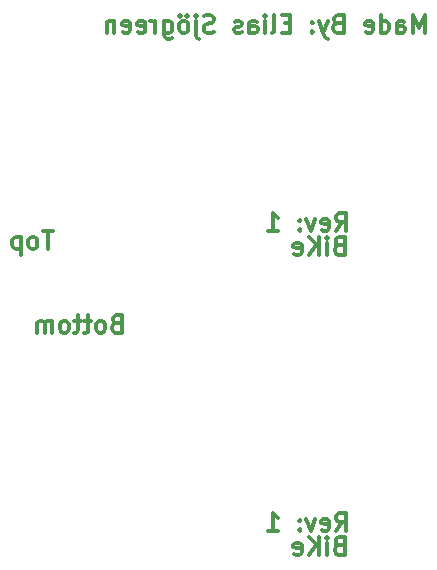
<source format=gbo>
G04 #@! TF.FileFunction,Legend,Bot*
%FSLAX46Y46*%
G04 Gerber Fmt 4.6, Leading zero omitted, Abs format (unit mm)*
G04 Created by KiCad (PCBNEW 4.0.6) date 01/19/18 19:39:35*
%MOMM*%
%LPD*%
G01*
G04 APERTURE LIST*
%ADD10C,0.020000*%
%ADD11C,0.300000*%
G04 APERTURE END LIST*
D10*
D11*
X47604856Y-61638571D02*
X48104856Y-60924286D01*
X48461999Y-61638571D02*
X48461999Y-60138571D01*
X47890571Y-60138571D01*
X47747713Y-60210000D01*
X47676285Y-60281429D01*
X47604856Y-60424286D01*
X47604856Y-60638571D01*
X47676285Y-60781429D01*
X47747713Y-60852857D01*
X47890571Y-60924286D01*
X48461999Y-60924286D01*
X46390571Y-61567143D02*
X46533428Y-61638571D01*
X46819142Y-61638571D01*
X46961999Y-61567143D01*
X47033428Y-61424286D01*
X47033428Y-60852857D01*
X46961999Y-60710000D01*
X46819142Y-60638571D01*
X46533428Y-60638571D01*
X46390571Y-60710000D01*
X46319142Y-60852857D01*
X46319142Y-60995714D01*
X47033428Y-61138571D01*
X45819142Y-60638571D02*
X45461999Y-61638571D01*
X45104857Y-60638571D01*
X44533428Y-61495714D02*
X44462000Y-61567143D01*
X44533428Y-61638571D01*
X44604857Y-61567143D01*
X44533428Y-61495714D01*
X44533428Y-61638571D01*
X44533428Y-60710000D02*
X44462000Y-60781429D01*
X44533428Y-60852857D01*
X44604857Y-60781429D01*
X44533428Y-60710000D01*
X44533428Y-60852857D01*
X41890571Y-61638571D02*
X42747714Y-61638571D01*
X42319142Y-61638571D02*
X42319142Y-60138571D01*
X42461999Y-60352857D01*
X42604857Y-60495714D01*
X42747714Y-60567143D01*
X47604856Y-36238571D02*
X48104856Y-35524286D01*
X48461999Y-36238571D02*
X48461999Y-34738571D01*
X47890571Y-34738571D01*
X47747713Y-34810000D01*
X47676285Y-34881429D01*
X47604856Y-35024286D01*
X47604856Y-35238571D01*
X47676285Y-35381429D01*
X47747713Y-35452857D01*
X47890571Y-35524286D01*
X48461999Y-35524286D01*
X46390571Y-36167143D02*
X46533428Y-36238571D01*
X46819142Y-36238571D01*
X46961999Y-36167143D01*
X47033428Y-36024286D01*
X47033428Y-35452857D01*
X46961999Y-35310000D01*
X46819142Y-35238571D01*
X46533428Y-35238571D01*
X46390571Y-35310000D01*
X46319142Y-35452857D01*
X46319142Y-35595714D01*
X47033428Y-35738571D01*
X45819142Y-35238571D02*
X45461999Y-36238571D01*
X45104857Y-35238571D01*
X44533428Y-36095714D02*
X44462000Y-36167143D01*
X44533428Y-36238571D01*
X44604857Y-36167143D01*
X44533428Y-36095714D01*
X44533428Y-36238571D01*
X44533428Y-35310000D02*
X44462000Y-35381429D01*
X44533428Y-35452857D01*
X44604857Y-35381429D01*
X44533428Y-35310000D01*
X44533428Y-35452857D01*
X41890571Y-36238571D02*
X42747714Y-36238571D01*
X42319142Y-36238571D02*
X42319142Y-34738571D01*
X42461999Y-34952857D01*
X42604857Y-35095714D01*
X42747714Y-35167143D01*
X55120285Y-19474571D02*
X55120285Y-17974571D01*
X54620285Y-19046000D01*
X54120285Y-17974571D01*
X54120285Y-19474571D01*
X52763142Y-19474571D02*
X52763142Y-18688857D01*
X52834571Y-18546000D01*
X52977428Y-18474571D01*
X53263142Y-18474571D01*
X53405999Y-18546000D01*
X52763142Y-19403143D02*
X52905999Y-19474571D01*
X53263142Y-19474571D01*
X53405999Y-19403143D01*
X53477428Y-19260286D01*
X53477428Y-19117429D01*
X53405999Y-18974571D01*
X53263142Y-18903143D01*
X52905999Y-18903143D01*
X52763142Y-18831714D01*
X51405999Y-19474571D02*
X51405999Y-17974571D01*
X51405999Y-19403143D02*
X51548856Y-19474571D01*
X51834570Y-19474571D01*
X51977428Y-19403143D01*
X52048856Y-19331714D01*
X52120285Y-19188857D01*
X52120285Y-18760286D01*
X52048856Y-18617429D01*
X51977428Y-18546000D01*
X51834570Y-18474571D01*
X51548856Y-18474571D01*
X51405999Y-18546000D01*
X50120285Y-19403143D02*
X50263142Y-19474571D01*
X50548856Y-19474571D01*
X50691713Y-19403143D01*
X50763142Y-19260286D01*
X50763142Y-18688857D01*
X50691713Y-18546000D01*
X50548856Y-18474571D01*
X50263142Y-18474571D01*
X50120285Y-18546000D01*
X50048856Y-18688857D01*
X50048856Y-18831714D01*
X50763142Y-18974571D01*
X47763142Y-18688857D02*
X47548856Y-18760286D01*
X47477428Y-18831714D01*
X47405999Y-18974571D01*
X47405999Y-19188857D01*
X47477428Y-19331714D01*
X47548856Y-19403143D01*
X47691714Y-19474571D01*
X48263142Y-19474571D01*
X48263142Y-17974571D01*
X47763142Y-17974571D01*
X47620285Y-18046000D01*
X47548856Y-18117429D01*
X47477428Y-18260286D01*
X47477428Y-18403143D01*
X47548856Y-18546000D01*
X47620285Y-18617429D01*
X47763142Y-18688857D01*
X48263142Y-18688857D01*
X46905999Y-18474571D02*
X46548856Y-19474571D01*
X46191714Y-18474571D02*
X46548856Y-19474571D01*
X46691714Y-19831714D01*
X46763142Y-19903143D01*
X46905999Y-19974571D01*
X45620285Y-19331714D02*
X45548857Y-19403143D01*
X45620285Y-19474571D01*
X45691714Y-19403143D01*
X45620285Y-19331714D01*
X45620285Y-19474571D01*
X45620285Y-18546000D02*
X45548857Y-18617429D01*
X45620285Y-18688857D01*
X45691714Y-18617429D01*
X45620285Y-18546000D01*
X45620285Y-18688857D01*
X43763142Y-18688857D02*
X43263142Y-18688857D01*
X43048856Y-19474571D02*
X43763142Y-19474571D01*
X43763142Y-17974571D01*
X43048856Y-17974571D01*
X42191713Y-19474571D02*
X42334571Y-19403143D01*
X42405999Y-19260286D01*
X42405999Y-17974571D01*
X41620285Y-19474571D02*
X41620285Y-18474571D01*
X41620285Y-17974571D02*
X41691714Y-18046000D01*
X41620285Y-18117429D01*
X41548857Y-18046000D01*
X41620285Y-17974571D01*
X41620285Y-18117429D01*
X40263142Y-19474571D02*
X40263142Y-18688857D01*
X40334571Y-18546000D01*
X40477428Y-18474571D01*
X40763142Y-18474571D01*
X40905999Y-18546000D01*
X40263142Y-19403143D02*
X40405999Y-19474571D01*
X40763142Y-19474571D01*
X40905999Y-19403143D01*
X40977428Y-19260286D01*
X40977428Y-19117429D01*
X40905999Y-18974571D01*
X40763142Y-18903143D01*
X40405999Y-18903143D01*
X40263142Y-18831714D01*
X39620285Y-19403143D02*
X39477428Y-19474571D01*
X39191713Y-19474571D01*
X39048856Y-19403143D01*
X38977428Y-19260286D01*
X38977428Y-19188857D01*
X39048856Y-19046000D01*
X39191713Y-18974571D01*
X39405999Y-18974571D01*
X39548856Y-18903143D01*
X39620285Y-18760286D01*
X39620285Y-18688857D01*
X39548856Y-18546000D01*
X39405999Y-18474571D01*
X39191713Y-18474571D01*
X39048856Y-18546000D01*
X37263142Y-19403143D02*
X37048856Y-19474571D01*
X36691713Y-19474571D01*
X36548856Y-19403143D01*
X36477427Y-19331714D01*
X36405999Y-19188857D01*
X36405999Y-19046000D01*
X36477427Y-18903143D01*
X36548856Y-18831714D01*
X36691713Y-18760286D01*
X36977427Y-18688857D01*
X37120285Y-18617429D01*
X37191713Y-18546000D01*
X37263142Y-18403143D01*
X37263142Y-18260286D01*
X37191713Y-18117429D01*
X37120285Y-18046000D01*
X36977427Y-17974571D01*
X36620285Y-17974571D01*
X36405999Y-18046000D01*
X35763142Y-18474571D02*
X35763142Y-19760286D01*
X35834571Y-19903143D01*
X35977428Y-19974571D01*
X36048856Y-19974571D01*
X35763142Y-17974571D02*
X35834571Y-18046000D01*
X35763142Y-18117429D01*
X35691714Y-18046000D01*
X35763142Y-17974571D01*
X35763142Y-18117429D01*
X34834570Y-19474571D02*
X34977428Y-19403143D01*
X35048856Y-19331714D01*
X35120285Y-19188857D01*
X35120285Y-18760286D01*
X35048856Y-18617429D01*
X34977428Y-18546000D01*
X34834570Y-18474571D01*
X34620285Y-18474571D01*
X34477428Y-18546000D01*
X34405999Y-18617429D01*
X34334570Y-18760286D01*
X34334570Y-19188857D01*
X34405999Y-19331714D01*
X34477428Y-19403143D01*
X34620285Y-19474571D01*
X34834570Y-19474571D01*
X34977428Y-17974571D02*
X34905999Y-18046000D01*
X34977428Y-18117429D01*
X35048856Y-18046000D01*
X34977428Y-17974571D01*
X34977428Y-18117429D01*
X34405999Y-17974571D02*
X34334570Y-18046000D01*
X34405999Y-18117429D01*
X34477428Y-18046000D01*
X34405999Y-17974571D01*
X34405999Y-18117429D01*
X33048856Y-18474571D02*
X33048856Y-19688857D01*
X33120285Y-19831714D01*
X33191713Y-19903143D01*
X33334570Y-19974571D01*
X33548856Y-19974571D01*
X33691713Y-19903143D01*
X33048856Y-19403143D02*
X33191713Y-19474571D01*
X33477427Y-19474571D01*
X33620285Y-19403143D01*
X33691713Y-19331714D01*
X33763142Y-19188857D01*
X33763142Y-18760286D01*
X33691713Y-18617429D01*
X33620285Y-18546000D01*
X33477427Y-18474571D01*
X33191713Y-18474571D01*
X33048856Y-18546000D01*
X32334570Y-19474571D02*
X32334570Y-18474571D01*
X32334570Y-18760286D02*
X32263142Y-18617429D01*
X32191713Y-18546000D01*
X32048856Y-18474571D01*
X31905999Y-18474571D01*
X30834571Y-19403143D02*
X30977428Y-19474571D01*
X31263142Y-19474571D01*
X31405999Y-19403143D01*
X31477428Y-19260286D01*
X31477428Y-18688857D01*
X31405999Y-18546000D01*
X31263142Y-18474571D01*
X30977428Y-18474571D01*
X30834571Y-18546000D01*
X30763142Y-18688857D01*
X30763142Y-18831714D01*
X31477428Y-18974571D01*
X29548857Y-19403143D02*
X29691714Y-19474571D01*
X29977428Y-19474571D01*
X30120285Y-19403143D01*
X30191714Y-19260286D01*
X30191714Y-18688857D01*
X30120285Y-18546000D01*
X29977428Y-18474571D01*
X29691714Y-18474571D01*
X29548857Y-18546000D01*
X29477428Y-18688857D01*
X29477428Y-18831714D01*
X30191714Y-18974571D01*
X28834571Y-18474571D02*
X28834571Y-19474571D01*
X28834571Y-18617429D02*
X28763143Y-18546000D01*
X28620285Y-18474571D01*
X28406000Y-18474571D01*
X28263143Y-18546000D01*
X28191714Y-18688857D01*
X28191714Y-19474571D01*
X47870857Y-62884857D02*
X47656571Y-62956286D01*
X47585143Y-63027714D01*
X47513714Y-63170571D01*
X47513714Y-63384857D01*
X47585143Y-63527714D01*
X47656571Y-63599143D01*
X47799429Y-63670571D01*
X48370857Y-63670571D01*
X48370857Y-62170571D01*
X47870857Y-62170571D01*
X47728000Y-62242000D01*
X47656571Y-62313429D01*
X47585143Y-62456286D01*
X47585143Y-62599143D01*
X47656571Y-62742000D01*
X47728000Y-62813429D01*
X47870857Y-62884857D01*
X48370857Y-62884857D01*
X46870857Y-63670571D02*
X46870857Y-62670571D01*
X46870857Y-62170571D02*
X46942286Y-62242000D01*
X46870857Y-62313429D01*
X46799429Y-62242000D01*
X46870857Y-62170571D01*
X46870857Y-62313429D01*
X46156571Y-63670571D02*
X46156571Y-62170571D01*
X45299428Y-63670571D02*
X45942285Y-62813429D01*
X45299428Y-62170571D02*
X46156571Y-63027714D01*
X44085143Y-63599143D02*
X44228000Y-63670571D01*
X44513714Y-63670571D01*
X44656571Y-63599143D01*
X44728000Y-63456286D01*
X44728000Y-62884857D01*
X44656571Y-62742000D01*
X44513714Y-62670571D01*
X44228000Y-62670571D01*
X44085143Y-62742000D01*
X44013714Y-62884857D01*
X44013714Y-63027714D01*
X44728000Y-63170571D01*
X47870857Y-37484857D02*
X47656571Y-37556286D01*
X47585143Y-37627714D01*
X47513714Y-37770571D01*
X47513714Y-37984857D01*
X47585143Y-38127714D01*
X47656571Y-38199143D01*
X47799429Y-38270571D01*
X48370857Y-38270571D01*
X48370857Y-36770571D01*
X47870857Y-36770571D01*
X47728000Y-36842000D01*
X47656571Y-36913429D01*
X47585143Y-37056286D01*
X47585143Y-37199143D01*
X47656571Y-37342000D01*
X47728000Y-37413429D01*
X47870857Y-37484857D01*
X48370857Y-37484857D01*
X46870857Y-38270571D02*
X46870857Y-37270571D01*
X46870857Y-36770571D02*
X46942286Y-36842000D01*
X46870857Y-36913429D01*
X46799429Y-36842000D01*
X46870857Y-36770571D01*
X46870857Y-36913429D01*
X46156571Y-38270571D02*
X46156571Y-36770571D01*
X45299428Y-38270571D02*
X45942285Y-37413429D01*
X45299428Y-36770571D02*
X46156571Y-37627714D01*
X44085143Y-38199143D02*
X44228000Y-38270571D01*
X44513714Y-38270571D01*
X44656571Y-38199143D01*
X44728000Y-38056286D01*
X44728000Y-37484857D01*
X44656571Y-37342000D01*
X44513714Y-37270571D01*
X44228000Y-37270571D01*
X44085143Y-37342000D01*
X44013714Y-37484857D01*
X44013714Y-37627714D01*
X44728000Y-37770571D01*
X29015143Y-44088857D02*
X28800857Y-44160286D01*
X28729429Y-44231714D01*
X28658000Y-44374571D01*
X28658000Y-44588857D01*
X28729429Y-44731714D01*
X28800857Y-44803143D01*
X28943715Y-44874571D01*
X29515143Y-44874571D01*
X29515143Y-43374571D01*
X29015143Y-43374571D01*
X28872286Y-43446000D01*
X28800857Y-43517429D01*
X28729429Y-43660286D01*
X28729429Y-43803143D01*
X28800857Y-43946000D01*
X28872286Y-44017429D01*
X29015143Y-44088857D01*
X29515143Y-44088857D01*
X27800857Y-44874571D02*
X27943715Y-44803143D01*
X28015143Y-44731714D01*
X28086572Y-44588857D01*
X28086572Y-44160286D01*
X28015143Y-44017429D01*
X27943715Y-43946000D01*
X27800857Y-43874571D01*
X27586572Y-43874571D01*
X27443715Y-43946000D01*
X27372286Y-44017429D01*
X27300857Y-44160286D01*
X27300857Y-44588857D01*
X27372286Y-44731714D01*
X27443715Y-44803143D01*
X27586572Y-44874571D01*
X27800857Y-44874571D01*
X26872286Y-43874571D02*
X26300857Y-43874571D01*
X26658000Y-43374571D02*
X26658000Y-44660286D01*
X26586572Y-44803143D01*
X26443714Y-44874571D01*
X26300857Y-44874571D01*
X26015143Y-43874571D02*
X25443714Y-43874571D01*
X25800857Y-43374571D02*
X25800857Y-44660286D01*
X25729429Y-44803143D01*
X25586571Y-44874571D01*
X25443714Y-44874571D01*
X24729428Y-44874571D02*
X24872286Y-44803143D01*
X24943714Y-44731714D01*
X25015143Y-44588857D01*
X25015143Y-44160286D01*
X24943714Y-44017429D01*
X24872286Y-43946000D01*
X24729428Y-43874571D01*
X24515143Y-43874571D01*
X24372286Y-43946000D01*
X24300857Y-44017429D01*
X24229428Y-44160286D01*
X24229428Y-44588857D01*
X24300857Y-44731714D01*
X24372286Y-44803143D01*
X24515143Y-44874571D01*
X24729428Y-44874571D01*
X23586571Y-44874571D02*
X23586571Y-43874571D01*
X23586571Y-44017429D02*
X23515143Y-43946000D01*
X23372285Y-43874571D01*
X23158000Y-43874571D01*
X23015143Y-43946000D01*
X22943714Y-44088857D01*
X22943714Y-44874571D01*
X22943714Y-44088857D02*
X22872285Y-43946000D01*
X22729428Y-43874571D01*
X22515143Y-43874571D01*
X22372285Y-43946000D01*
X22300857Y-44088857D01*
X22300857Y-44874571D01*
X23629714Y-36262571D02*
X22772571Y-36262571D01*
X23201142Y-37762571D02*
X23201142Y-36262571D01*
X22058285Y-37762571D02*
X22201143Y-37691143D01*
X22272571Y-37619714D01*
X22344000Y-37476857D01*
X22344000Y-37048286D01*
X22272571Y-36905429D01*
X22201143Y-36834000D01*
X22058285Y-36762571D01*
X21844000Y-36762571D01*
X21701143Y-36834000D01*
X21629714Y-36905429D01*
X21558285Y-37048286D01*
X21558285Y-37476857D01*
X21629714Y-37619714D01*
X21701143Y-37691143D01*
X21844000Y-37762571D01*
X22058285Y-37762571D01*
X20915428Y-36762571D02*
X20915428Y-38262571D01*
X20915428Y-36834000D02*
X20772571Y-36762571D01*
X20486857Y-36762571D01*
X20344000Y-36834000D01*
X20272571Y-36905429D01*
X20201142Y-37048286D01*
X20201142Y-37476857D01*
X20272571Y-37619714D01*
X20344000Y-37691143D01*
X20486857Y-37762571D01*
X20772571Y-37762571D01*
X20915428Y-37691143D01*
M02*

</source>
